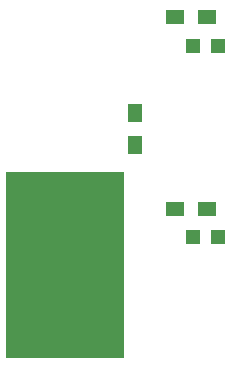
<source format=gbr>
G04 #@! TF.FileFunction,Paste,Top*
%FSLAX46Y46*%
G04 Gerber Fmt 4.6, Leading zero omitted, Abs format (unit mm)*
G04 Created by KiCad (PCBNEW 4.0.5) date Thu Feb 16 15:21:35 2017*
%MOMM*%
%LPD*%
G01*
G04 APERTURE LIST*
%ADD10C,0.100000*%
%ADD11R,10.000000X15.750000*%
%ADD12R,1.198880X1.198880*%
%ADD13R,1.500000X1.300000*%
%ADD14R,1.300000X1.500000*%
G04 APERTURE END LIST*
D10*
D11*
X132550000Y-81550000D03*
D12*
X143450980Y-79150000D03*
X145549020Y-79150000D03*
X143401960Y-63000000D03*
X145500000Y-63000000D03*
D13*
X141900000Y-76750000D03*
X144600000Y-76750000D03*
X141900000Y-60500000D03*
X144600000Y-60500000D03*
D14*
X138500000Y-71350000D03*
X138500000Y-68650000D03*
M02*

</source>
